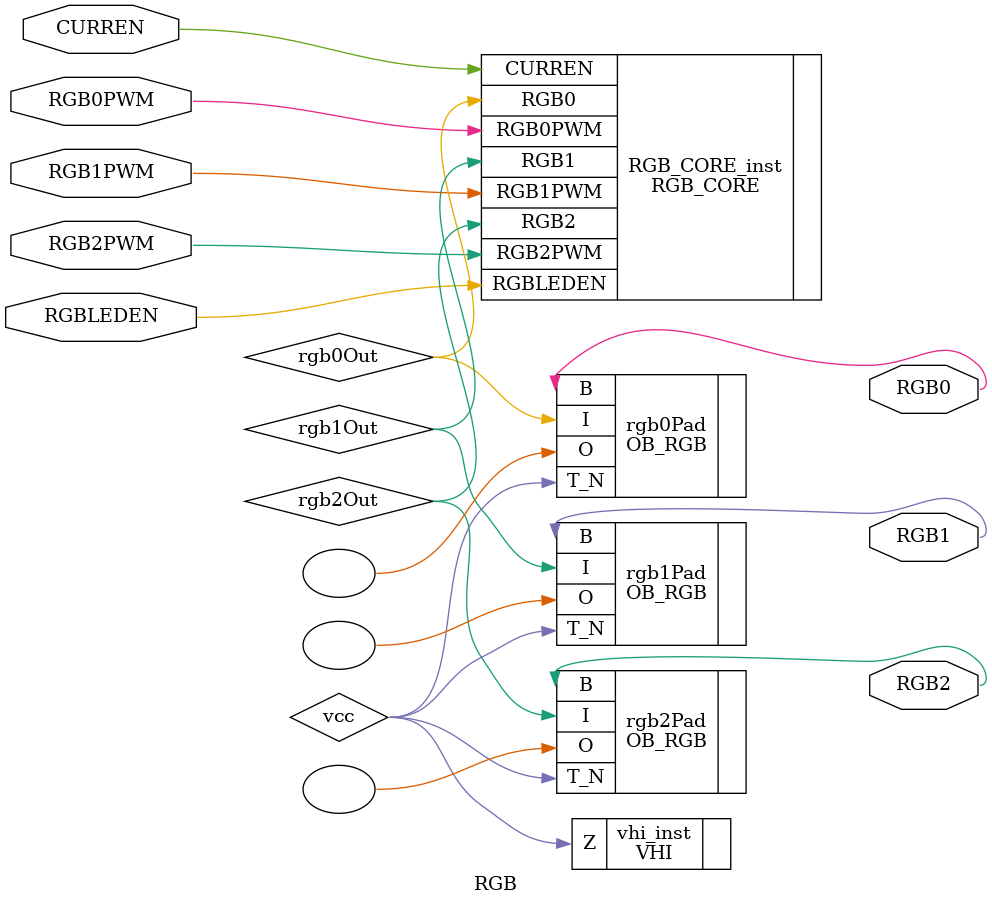
<source format=v>
`timescale 1ns/1ns
module RGB (CURREN, RGBLEDEN, RGB0PWM, RGB1PWM, RGB2PWM, RGB2, RGB1, RGB0); //synthesis syn_black_box black_box_pad_pin="RGB0" black_box_pad_pin="RGB1" black_box_pad_pid="RGB2"

    //Port Type List [Expanded Bus/Bit]
    (* \desc = "Enable reference current to IR drivers. Enabling the drivers takes 100us to reach a stable reference current value. Active high" *)
    input CURREN;
    (* \desc = "Enable the RGB driver. Active high" *)
    input RGBLEDEN;
    (* \desc = "Input data to drive RGB0 LED pin" *)
    input RGB0PWM;
    (* \desc = "Input data to drive RGB1 LED pin" *)
    input RGB1PWM;
    (* \desc = "Input data to drive RGB2 LED pin" *)
    input RGB2PWM;
    (* \desc = "RGB2 LED output" *)
    output RGB2;
    (* \desc = "RGB1 LED output" *)
    output RGB1;
    (* \desc = "RGB0 LED output" *)
    output RGB0;

    //IP Ports Tied Off for Simulation
    //Attribute List
    (* \desc = "0 = full current, 1 = half current", \otherValues = "{1}" *)
    parameter CURRENT_MODE = "0";
    (* \desc = "0b000000 = 0mA, 0b000001 = 4mA, 0b000011 = 8mA, 0b000111 = 12mA, 0b001111 = 16mA, 0b011111 = 20mA, 0b111111 = 24mA. Divide by 2 for half current mode", \otherValues = "{0b000001, 0b000011, 0b000111, 0b001111, 0b011111, 0b111111}" *)
    parameter RGB0_CURRENT = "0b000000";
    (* \desc = "0b000000 = 0mA, 0b000001 = 4mA, 0b000011 = 8mA, 0b000111 = 12mA, 0b001111 = 16mA, 0b011111 = 20mA, 0b111111 = 24mA. Divide by 2 for half current mode", \otherValues = "{0b000001, 0b000011, 0b000111, 0b001111, 0b011111, 0b111111}" *)
    parameter RGB1_CURRENT = "0b000000";
    (* \desc = "0b000000 = 0mA, 0b000001 = 4mA, 0b000011 = 8mA, 0b000111 = 12mA, 0b001111 = 16mA, 0b011111 = 20mA, 0b111111 = 24mA. Divide by 2 for half current mode", \otherValues = "{0b000001, 0b000011, 0b000111, 0b001111, 0b011111, 0b111111}" *)
    parameter RGB2_CURRENT = "0b000000";

    RGB_CORE RGB_CORE_inst(.CURREN(CURREN), .RGBLEDEN(RGBLEDEN), .RGB0PWM(RGB0PWM), .RGB1PWM(RGB1PWM), .RGB2PWM(RGB2PWM), .RGB2(rgb2Out), .RGB1(rgb1Out), .RGB0(rgb0Out));
    defparam RGB_CORE_inst.CURRENT_MODE = CURRENT_MODE;
    defparam RGB_CORE_inst.RGB0_CURRENT = RGB0_CURRENT;
    defparam RGB_CORE_inst.RGB1_CURRENT = RGB1_CURRENT;
    defparam RGB_CORE_inst.RGB2_CURRENT = RGB2_CURRENT;

    VHI vhi_inst(.Z(vcc));

    OB_RGB rgb0Pad (.T_N(vcc), .I(rgb0Out), .O(), .B(RGB0));
    OB_RGB rgb1Pad (.T_N(vcc), .I(rgb1Out), .O(), .B(RGB1));
    OB_RGB rgb2Pad (.T_N(vcc), .I(rgb2Out), .O(), .B(RGB2));

endmodule

</source>
